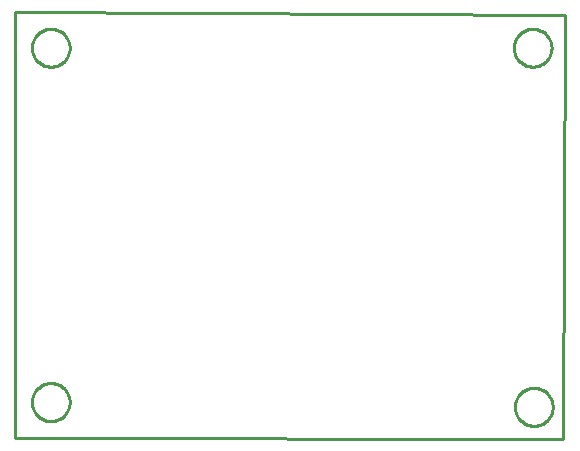
<source format=gbr>
G04 EAGLE Gerber RS-274X export*
G75*
%MOMM*%
%FSLAX34Y34*%
%LPD*%
%IN*%
%IPPOS*%
%AMOC8*
5,1,8,0,0,1.08239X$1,22.5*%
G01*
%ADD10C,0.254000*%


D10*
X0Y0D02*
X464000Y-1000D01*
X465000Y358000D01*
X0Y360000D01*
X0Y0D01*
X46000Y329476D02*
X45932Y328431D01*
X45795Y327392D01*
X45590Y326365D01*
X45319Y325353D01*
X44983Y324361D01*
X44582Y323393D01*
X44118Y322454D01*
X43595Y321546D01*
X43013Y320675D01*
X42375Y319844D01*
X41684Y319057D01*
X40943Y318316D01*
X40156Y317625D01*
X39325Y316988D01*
X38454Y316406D01*
X37546Y315882D01*
X36607Y315418D01*
X35639Y315017D01*
X34647Y314681D01*
X33635Y314410D01*
X32608Y314205D01*
X31569Y314069D01*
X30524Y314000D01*
X29476Y314000D01*
X28431Y314069D01*
X27392Y314205D01*
X26365Y314410D01*
X25353Y314681D01*
X24361Y315017D01*
X23393Y315418D01*
X22454Y315882D01*
X21546Y316406D01*
X20675Y316988D01*
X19844Y317625D01*
X19057Y318316D01*
X18316Y319057D01*
X17625Y319844D01*
X16988Y320675D01*
X16406Y321546D01*
X15882Y322454D01*
X15418Y323393D01*
X15017Y324361D01*
X14681Y325353D01*
X14410Y326365D01*
X14205Y327392D01*
X14069Y328431D01*
X14000Y329476D01*
X14000Y330524D01*
X14069Y331569D01*
X14205Y332608D01*
X14410Y333635D01*
X14681Y334647D01*
X15017Y335639D01*
X15418Y336607D01*
X15882Y337546D01*
X16406Y338454D01*
X16988Y339325D01*
X17625Y340156D01*
X18316Y340943D01*
X19057Y341684D01*
X19844Y342375D01*
X20675Y343013D01*
X21546Y343595D01*
X22454Y344118D01*
X23393Y344582D01*
X24361Y344983D01*
X25353Y345319D01*
X26365Y345590D01*
X27392Y345795D01*
X28431Y345932D01*
X29476Y346000D01*
X30524Y346000D01*
X31569Y345932D01*
X32608Y345795D01*
X33635Y345590D01*
X34647Y345319D01*
X35639Y344983D01*
X36607Y344582D01*
X37546Y344118D01*
X38454Y343595D01*
X39325Y343013D01*
X40156Y342375D01*
X40943Y341684D01*
X41684Y340943D01*
X42375Y340156D01*
X43013Y339325D01*
X43595Y338454D01*
X44118Y337546D01*
X44582Y336607D01*
X44983Y335639D01*
X45319Y334647D01*
X45590Y333635D01*
X45795Y332608D01*
X45932Y331569D01*
X46000Y330524D01*
X46000Y329476D01*
X46000Y29476D02*
X45932Y28431D01*
X45795Y27392D01*
X45590Y26365D01*
X45319Y25353D01*
X44983Y24361D01*
X44582Y23393D01*
X44118Y22454D01*
X43595Y21546D01*
X43013Y20675D01*
X42375Y19844D01*
X41684Y19057D01*
X40943Y18316D01*
X40156Y17625D01*
X39325Y16988D01*
X38454Y16406D01*
X37546Y15882D01*
X36607Y15418D01*
X35639Y15017D01*
X34647Y14681D01*
X33635Y14410D01*
X32608Y14205D01*
X31569Y14069D01*
X30524Y14000D01*
X29476Y14000D01*
X28431Y14069D01*
X27392Y14205D01*
X26365Y14410D01*
X25353Y14681D01*
X24361Y15017D01*
X23393Y15418D01*
X22454Y15882D01*
X21546Y16406D01*
X20675Y16988D01*
X19844Y17625D01*
X19057Y18316D01*
X18316Y19057D01*
X17625Y19844D01*
X16988Y20675D01*
X16406Y21546D01*
X15882Y22454D01*
X15418Y23393D01*
X15017Y24361D01*
X14681Y25353D01*
X14410Y26365D01*
X14205Y27392D01*
X14069Y28431D01*
X14000Y29476D01*
X14000Y30524D01*
X14069Y31569D01*
X14205Y32608D01*
X14410Y33635D01*
X14681Y34647D01*
X15017Y35639D01*
X15418Y36607D01*
X15882Y37546D01*
X16406Y38454D01*
X16988Y39325D01*
X17625Y40156D01*
X18316Y40943D01*
X19057Y41684D01*
X19844Y42375D01*
X20675Y43013D01*
X21546Y43595D01*
X22454Y44118D01*
X23393Y44582D01*
X24361Y44983D01*
X25353Y45319D01*
X26365Y45590D01*
X27392Y45795D01*
X28431Y45932D01*
X29476Y46000D01*
X30524Y46000D01*
X31569Y45932D01*
X32608Y45795D01*
X33635Y45590D01*
X34647Y45319D01*
X35639Y44983D01*
X36607Y44582D01*
X37546Y44118D01*
X38454Y43595D01*
X39325Y43013D01*
X40156Y42375D01*
X40943Y41684D01*
X41684Y40943D01*
X42375Y40156D01*
X43013Y39325D01*
X43595Y38454D01*
X44118Y37546D01*
X44582Y36607D01*
X44983Y35639D01*
X45319Y34647D01*
X45590Y33635D01*
X45795Y32608D01*
X45932Y31569D01*
X46000Y30524D01*
X46000Y29476D01*
X455000Y25476D02*
X454932Y24431D01*
X454795Y23392D01*
X454590Y22365D01*
X454319Y21353D01*
X453983Y20361D01*
X453582Y19393D01*
X453118Y18454D01*
X452595Y17546D01*
X452013Y16675D01*
X451375Y15844D01*
X450684Y15057D01*
X449943Y14316D01*
X449156Y13625D01*
X448325Y12988D01*
X447454Y12406D01*
X446546Y11882D01*
X445607Y11418D01*
X444639Y11017D01*
X443647Y10681D01*
X442635Y10410D01*
X441608Y10205D01*
X440569Y10069D01*
X439524Y10000D01*
X438476Y10000D01*
X437431Y10069D01*
X436392Y10205D01*
X435365Y10410D01*
X434353Y10681D01*
X433361Y11017D01*
X432393Y11418D01*
X431454Y11882D01*
X430546Y12406D01*
X429675Y12988D01*
X428844Y13625D01*
X428057Y14316D01*
X427316Y15057D01*
X426625Y15844D01*
X425988Y16675D01*
X425406Y17546D01*
X424882Y18454D01*
X424418Y19393D01*
X424017Y20361D01*
X423681Y21353D01*
X423410Y22365D01*
X423205Y23392D01*
X423069Y24431D01*
X423000Y25476D01*
X423000Y26524D01*
X423069Y27569D01*
X423205Y28608D01*
X423410Y29635D01*
X423681Y30647D01*
X424017Y31639D01*
X424418Y32607D01*
X424882Y33546D01*
X425406Y34454D01*
X425988Y35325D01*
X426625Y36156D01*
X427316Y36943D01*
X428057Y37684D01*
X428844Y38375D01*
X429675Y39013D01*
X430546Y39595D01*
X431454Y40118D01*
X432393Y40582D01*
X433361Y40983D01*
X434353Y41319D01*
X435365Y41590D01*
X436392Y41795D01*
X437431Y41932D01*
X438476Y42000D01*
X439524Y42000D01*
X440569Y41932D01*
X441608Y41795D01*
X442635Y41590D01*
X443647Y41319D01*
X444639Y40983D01*
X445607Y40582D01*
X446546Y40118D01*
X447454Y39595D01*
X448325Y39013D01*
X449156Y38375D01*
X449943Y37684D01*
X450684Y36943D01*
X451375Y36156D01*
X452013Y35325D01*
X452595Y34454D01*
X453118Y33546D01*
X453582Y32607D01*
X453983Y31639D01*
X454319Y30647D01*
X454590Y29635D01*
X454795Y28608D01*
X454932Y27569D01*
X455000Y26524D01*
X455000Y25476D01*
X454000Y329476D02*
X453932Y328431D01*
X453795Y327392D01*
X453590Y326365D01*
X453319Y325353D01*
X452983Y324361D01*
X452582Y323393D01*
X452118Y322454D01*
X451595Y321546D01*
X451013Y320675D01*
X450375Y319844D01*
X449684Y319057D01*
X448943Y318316D01*
X448156Y317625D01*
X447325Y316988D01*
X446454Y316406D01*
X445546Y315882D01*
X444607Y315418D01*
X443639Y315017D01*
X442647Y314681D01*
X441635Y314410D01*
X440608Y314205D01*
X439569Y314069D01*
X438524Y314000D01*
X437476Y314000D01*
X436431Y314069D01*
X435392Y314205D01*
X434365Y314410D01*
X433353Y314681D01*
X432361Y315017D01*
X431393Y315418D01*
X430454Y315882D01*
X429546Y316406D01*
X428675Y316988D01*
X427844Y317625D01*
X427057Y318316D01*
X426316Y319057D01*
X425625Y319844D01*
X424988Y320675D01*
X424406Y321546D01*
X423882Y322454D01*
X423418Y323393D01*
X423017Y324361D01*
X422681Y325353D01*
X422410Y326365D01*
X422205Y327392D01*
X422069Y328431D01*
X422000Y329476D01*
X422000Y330524D01*
X422069Y331569D01*
X422205Y332608D01*
X422410Y333635D01*
X422681Y334647D01*
X423017Y335639D01*
X423418Y336607D01*
X423882Y337546D01*
X424406Y338454D01*
X424988Y339325D01*
X425625Y340156D01*
X426316Y340943D01*
X427057Y341684D01*
X427844Y342375D01*
X428675Y343013D01*
X429546Y343595D01*
X430454Y344118D01*
X431393Y344582D01*
X432361Y344983D01*
X433353Y345319D01*
X434365Y345590D01*
X435392Y345795D01*
X436431Y345932D01*
X437476Y346000D01*
X438524Y346000D01*
X439569Y345932D01*
X440608Y345795D01*
X441635Y345590D01*
X442647Y345319D01*
X443639Y344983D01*
X444607Y344582D01*
X445546Y344118D01*
X446454Y343595D01*
X447325Y343013D01*
X448156Y342375D01*
X448943Y341684D01*
X449684Y340943D01*
X450375Y340156D01*
X451013Y339325D01*
X451595Y338454D01*
X452118Y337546D01*
X452582Y336607D01*
X452983Y335639D01*
X453319Y334647D01*
X453590Y333635D01*
X453795Y332608D01*
X453932Y331569D01*
X454000Y330524D01*
X454000Y329476D01*
M02*

</source>
